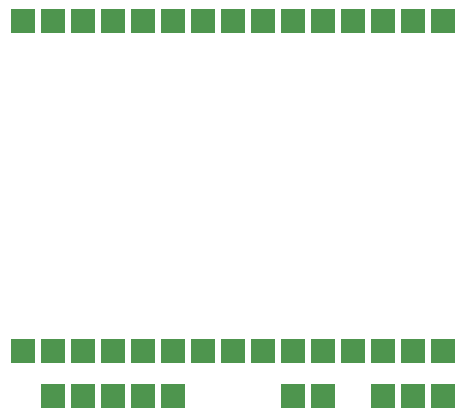
<source format=gbr>
%TF.GenerationSoftware,KiCad,Pcbnew,(6.0.5)*%
%TF.CreationDate,2022-07-17T18:14:08+01:00*%
%TF.ProjectId,wheelchairPCB,77686565-6c63-4686-9169-725043422e6b,rev?*%
%TF.SameCoordinates,Original*%
%TF.FileFunction,Soldermask,Bot*%
%TF.FilePolarity,Negative*%
%FSLAX46Y46*%
G04 Gerber Fmt 4.6, Leading zero omitted, Abs format (unit mm)*
G04 Created by KiCad (PCBNEW (6.0.5)) date 2022-07-17 18:14:08*
%MOMM*%
%LPD*%
G01*
G04 APERTURE LIST*
%ADD10R,2.000000X2.000000*%
G04 APERTURE END LIST*
D10*
%TO.C,J1*%
X172720000Y-81280000D03*
X175260000Y-81280000D03*
%TD*%
%TO.C,J2*%
X180340000Y-81280000D03*
X182880000Y-81280000D03*
X185420000Y-81280000D03*
%TD*%
%TO.C,J3*%
X162560000Y-81280000D03*
X160020000Y-81280000D03*
X157480000Y-81280000D03*
X154940000Y-81280000D03*
X152400000Y-81280000D03*
%TD*%
%TO.C,U1*%
X149860000Y-49530000D03*
X152400000Y-49530000D03*
X154940000Y-49530000D03*
X157480000Y-49530000D03*
X160020000Y-49530000D03*
X162560000Y-49530000D03*
X165100000Y-49530000D03*
X167640000Y-49530000D03*
X170180000Y-49530000D03*
X172720000Y-49530000D03*
X175260000Y-49530000D03*
X177800000Y-49530000D03*
X180340000Y-49530000D03*
X182880000Y-49530000D03*
X185420000Y-49530000D03*
X185420000Y-77470000D03*
X182880000Y-77470000D03*
X180340000Y-77470000D03*
X177800000Y-77470000D03*
X175260000Y-77470000D03*
X172720000Y-77470000D03*
X170180000Y-77470000D03*
X167640000Y-77470000D03*
X165100000Y-77470000D03*
X162560000Y-77470000D03*
X160020000Y-77470000D03*
X157480000Y-77470000D03*
X154940000Y-77470000D03*
X152400000Y-77470000D03*
X149860000Y-77470000D03*
%TD*%
M02*

</source>
